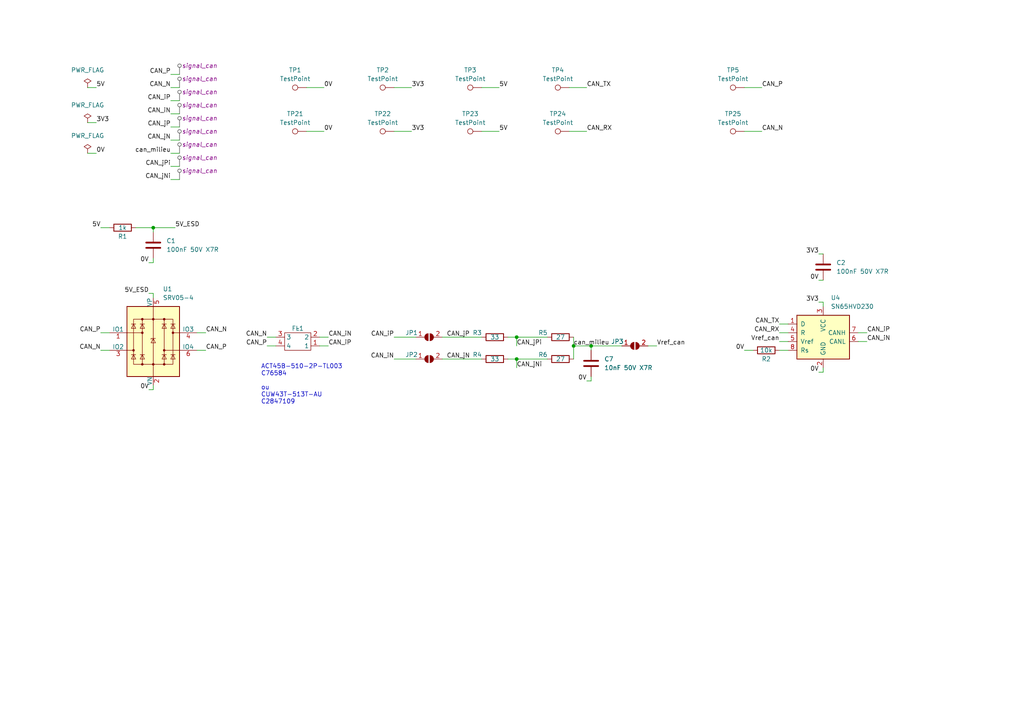
<source format=kicad_sch>
(kicad_sch (version 20250114) (generator "eeschema") (generator_version "9.0")
  (paper "A4")
  (title_block (title "Basine") (date "2024-12-14") (rev "0"))
  (lib_symbols
    (symbol "Chimere_comps:ACT45B-510-2P-TL003"
      (property "Reference" "FL" (at 0 0 0))
      (symbol "ACT45B-510-2P-TL003_0_1"
        (rectangle (start -3.81 2.54) (end 3.81 -2.54))
      )
      (symbol "ACT45B-510-2P-TL003_1_1"
        (pin passive line (at -6.35 1.27 0) (length 2.54) (name "3") (number "3"))
        (pin passive line (at -6.35 -1.27 0) (length 2.54) (name "4") (number "4"))
        (pin passive line (at 6.35 1.27 180) (length 2.54) (name "2") (number "2"))
        (pin passive line (at 6.35 -1.27 180) (length 2.54) (name "1") (number "1"))
      )
    )
    (symbol "Connector:TestPoint" (pin_numbers (hide yes)) (pin_names (offset 0.762) (hide yes))
      (property "Reference" "TP" (at 0 6.858 0))
      (property "Value" "TestPoint" (at 0 5.08 0))
      (symbol "TestPoint_0_1"
        (circle (center 0 3.302) (radius 0.762))
      )
      (symbol "TestPoint_1_1"
        (pin passive line (at 0 0 90) (length 2.54) (name "1") (number "1"))
      )
    )
    (symbol "Device:C" (pin_numbers (hide yes)) (pin_names (offset 0.254))
      (property "Reference" "C" (at 0.635 2.54 0))
      (property "Value" "C" (at 0.635 -2.54 0))
      (symbol "C_0_1"
        (polyline (pts (xy -2.032 0.762) (xy 2.032 0.762)) (stroke (width 0.508)))
        (polyline (pts (xy -2.032 -0.762) (xy 2.032 -0.762)) (stroke (width 0.508)))
      )
      (symbol "C_1_1"
        (pin passive line (at 0 3.81 270) (length 2.794) (name "~") (number "1"))
        (pin passive line (at 0 -3.81 90) (length 2.794) (name "~") (number "2"))
      )
    )
    (symbol "Device:R" (pin_numbers (hide yes)) (pin_names (offset 0))
      (property "Reference" "R" (at 2.032 0 90))
      (property "Value" "R" (at 0 0 90))
      (symbol "R_0_1"
        (rectangle (start -1.016 -2.54) (end 1.016 2.54) (stroke (width 0.254)))
      )
      (symbol "R_1_1"
        (pin passive line (at 0 3.81 270) (length 1.27) (name "~") (number "1"))
        (pin passive line (at 0 -3.81 90) (length 1.27) (name "~") (number "2"))
      )
    )
    (symbol "Interface_CAN_LIN:SN65HVD230" (pin_names (offset 1.016))
      (property "Reference" "U" (at -2.54 10.16 0))
      (property "Value" "SN65HVD230" (at -2.54 7.62 0))
      (symbol "SN65HVD230_0_1"
        (rectangle (start -7.62 5.08) (end 7.62 -7.62) (stroke (width 0.254)) (fill (type background)))
      )
      (symbol "SN65HVD230_1_1"
        (pin input line (at -10.16 2.54 0) (length 2.54) (name "D") (number "1"))
        (pin output line (at -10.16 0 0) (length 2.54) (name "R") (number "4"))
        (pin output line (at -10.16 -2.54 0) (length 2.54) (name "Vref") (number "5"))
        (pin input line (at -10.16 -5.08 0) (length 2.54) (name "Rs") (number "8"))
        (pin power_in line (at 0 7.62 270) (length 2.54) (name "VCC") (number "3"))
        (pin power_in line (at 0 -10.16 90) (length 2.54) (name "GND") (number "2"))
        (pin bidirectional line (at 10.16 0 180) (length 2.54) (name "CANH") (number "7"))
        (pin bidirectional line (at 10.16 -2.54 180) (length 2.54) (name "CANL") (number "6"))
      )
    )
    (symbol "Jumper:SolderJumper_2_Open" (pin_names (offset 0) (hide yes))
      (property "Reference" "JP" (at 0 2.032 0))
      (property "Value" "SolderJumper_2_Open" (at 0 -2.54 0))
      (symbol "SolderJumper_2_Open_0_1"
        (polyline (pts (xy -0.254 1.016) (xy -0.254 -1.016)))
        (arc (start -0.254 -1.016) (mid -1.2656 0) (end -0.254 1.016))
        (arc (start -0.254 -1.016) (mid -1.2656 0) (end -0.254 1.016) (fill (type outline)))
        (arc (start 0.254 1.016) (mid 1.2656 0) (end 0.254 -1.016))
        (arc (start 0.254 1.016) (mid 1.2656 0) (end 0.254 -1.016) (fill (type outline)))
        (polyline (pts (xy 0.254 1.016) (xy 0.254 -1.016)))
      )
      (symbol "SolderJumper_2_Open_1_1"
        (pin passive line (at -3.81 0 0) (length 2.54) (name "A") (number "1"))
        (pin passive line (at 3.81 0 180) (length 2.54) (name "B") (number "2"))
      )
    )
    (symbol "Power_Protection:SRV05-4" (pin_names (offset 0))
      (property "Reference" "U" (at -5.08 11.43 0))
      (property "Value" "SRV05-4" (at 2.54 11.43 0))
      (symbol "SRV05-4_0_0"
        (rectangle (start -5.715 6.477) (end 5.715 -6.604))
        (polyline (pts (xy -3.175 -6.604) (xy -3.175 6.477)))
        (polyline (pts (xy 3.175 6.477) (xy 3.175 -6.604)))
      )
      (symbol "SRV05-4_0_1"
        (polyline (pts (xy -7.747 2.54) (xy -3.175 2.54)))
        (rectangle (start -7.62 10.16) (end 7.62 -10.16) (stroke (width 0.254)) (fill (type background)))
        (polyline (pts (xy -7.62 -2.54) (xy -5.715 -2.54)))
        (circle (center -5.715 -2.54) (radius 0.2794) (fill (type outline)))
        (polyline (pts (xy -5.08 5.08) (xy -6.35 5.08)))
        (polyline (pts (xy -5.08 3.81) (xy -6.35 3.81) (xy -5.715 5.08) (xy -5.08 3.81)))
        (polyline (pts (xy -5.08 -3.81) (xy -6.35 -3.81)))
        (polyline (pts (xy -5.08 -5.08) (xy -6.35 -5.08) (xy -5.715 -3.81) (xy -5.08 -5.08)))
        (circle (center -3.175 6.477) (radius 0.2794) (fill (type outline)))
        (circle (center -3.175 2.54) (radius 0.2794) (fill (type outline)))
        (circle (center -3.175 -6.604) (radius 0.2794) (fill (type outline)))
        (polyline (pts (xy -2.54 5.08) (xy -3.81 5.08)))
        (polyline (pts (xy -2.54 3.81) (xy -3.81 3.81) (xy -3.175 5.08) (xy -2.54 3.81)))
        (polyline (pts (xy -2.54 -3.81) (xy -3.81 -3.81)))
        (polyline (pts (xy -2.54 -5.08) (xy -3.81 -5.08) (xy -3.175 -3.81) (xy -2.54 -5.08)))
        (polyline (pts (xy 0 10.16) (xy 0 -10.16)))
        (circle (center 0 6.477) (radius 0.2794) (fill (type outline)))
        (circle (center 0 -6.604) (radius 0.2794) (fill (type outline)))
        (polyline (pts (xy 0.635 0.889) (xy -0.635 0.889) (xy -0.635 0.635)))
        (polyline (pts (xy 0.635 -0.381) (xy -0.635 -0.381) (xy 0 0.889) (xy 0.635 -0.381)))
        (circle (center 3.175 6.477) (radius 0.2794) (fill (type outline)))
        (circle (center 3.175 -2.54) (radius 0.2794) (fill (type outline)))
        (circle (center 3.175 -6.604) (radius 0.2794) (fill (type outline)))
        (polyline (pts (xy 3.81 5.08) (xy 2.54 5.08)))
        (polyline (pts (xy 3.81 3.81) (xy 2.54 3.81) (xy 3.175 5.08) (xy 3.81 3.81)))
        (polyline (pts (xy 3.81 -3.81) (xy 2.54 -3.81)))
        (polyline (pts (xy 3.81 -5.08) (xy 2.54 -5.08) (xy 3.175 -3.81) (xy 3.81 -5.08)))
        (circle (center 5.715 2.54) (radius 0.2794) (fill (type outline)))
        (polyline (pts (xy 6.35 5.08) (xy 5.08 5.08)))
        (polyline (pts (xy 6.35 3.81) (xy 5.08 3.81) (xy 5.715 5.08) (xy 6.35 3.81)))
        (polyline (pts (xy 6.35 -3.81) (xy 5.08 -3.81)))
        (polyline (pts (xy 6.35 -5.08) (xy 5.08 -5.08) (xy 5.715 -3.81) (xy 6.35 -5.08)))
        (polyline (pts (xy 7.62 2.54) (xy 5.715 2.54)))
        (polyline (pts (xy 7.62 -2.54) (xy 3.175 -2.54)))
      )
      (symbol "SRV05-4_1_1"
        (pin passive line (at -12.7 2.54 0) (length 5.08) (name "IO1") (number "1"))
        (pin passive line (at -12.7 -2.54 0) (length 5.08) (name "IO2") (number "3"))
        (pin passive line (at 0 12.7 270) (length 2.54) (name "VP") (number "5"))
        (pin passive line (at 0 -12.7 90) (length 2.54) (name "VN") (number "2"))
        (pin passive line (at 12.7 2.54 180) (length 5.08) (name "IO3") (number "4"))
        (pin passive line (at 12.7 -2.54 180) (length 5.08) (name "IO4") (number "6"))
      )
    )
    (symbol "power:PWR_FLAG" (power) (pin_numbers (hide yes)) (pin_names (offset 0) (hide yes))
      (property "Value" "PWR_FLAG" (at 0 3.81 0))
      (symbol "PWR_FLAG_0_0"
        (pin power_out line (at 0 0 90) (length 0) (name "~") (number "1"))
      )
      (symbol "PWR_FLAG_0_1"
        (polyline (pts (xy 0 0) (xy 0 1.27) (xy -1.016 1.905) (xy 0 2.54) (xy 1.016 1.905) (xy 0 1.27)))
      )
    )
  )
  (text "ACT45B-510-2P-TL003\nC76584\n\nou\nCUW43T-513T-AU\nC2847109\n" (at 75.692 117.348 0) (effects (font (size 1.27 1.27)) (justify left bottom)))
  (junction (at 171.45 100.33))
  (junction (at 149.86 97.79))
  (junction (at 166.37 100.33))
  (junction (at 149.86 104.14))
  (junction (at 44.45 66.04))
  (wire (pts (xy 44.45 66.04) (xy 50.8 66.04)))
  (wire (pts (xy 237.49 81.28) (xy 238.76 81.28)))
  (wire (pts (xy 238.76 87.63) (xy 238.76 88.9)))
  (wire (pts (xy 49.53 52.07) (xy 52.07 52.07)))
  (wire (pts (xy 114.3 38.1) (xy 119.38 38.1)))
  (wire (pts (xy 114.3 25.4) (xy 119.38 25.4)))
  (wire (pts (xy 139.7 25.4) (xy 144.78 25.4)))
  (wire (pts (xy 49.53 36.83) (xy 52.07 36.83)))
  (wire (pts (xy 166.37 97.79) (xy 166.37 100.33)))
  (wire (pts (xy 49.53 21.59) (xy 52.07 21.59)))
  (wire (pts (xy 95.25 97.79) (xy 92.71 97.79)))
  (wire (pts (xy 49.53 25.4) (xy 52.07 25.4)))
  (wire (pts (xy 149.86 97.79) (xy 158.75 97.79)))
  (wire (pts (xy 114.3 97.79) (xy 120.65 97.79)))
  (wire (pts (xy 25.4 44.45) (xy 27.94 44.45)))
  (wire (pts (xy 88.9 38.1) (xy 93.98 38.1)))
  (wire (pts (xy 43.18 76.2) (xy 44.45 76.2)))
  (wire (pts (xy 226.06 99.06) (xy 228.6 99.06)))
  (wire (pts (xy 149.86 97.79) (xy 149.86 100.33)))
  (wire (pts (xy 49.53 40.64) (xy 52.07 40.64)))
  (wire (pts (xy 166.37 100.33) (xy 171.45 100.33)))
  (wire (pts (xy 237.49 87.63) (xy 238.76 87.63)))
  (wire (pts (xy 25.4 35.56) (xy 27.94 35.56)))
  (wire (pts (xy 49.53 44.45) (xy 52.07 44.45)))
  (wire (pts (xy 226.06 96.52) (xy 228.6 96.52)))
  (wire (pts (xy 29.21 66.04) (xy 31.75 66.04)))
  (wire (pts (xy 43.18 113.03) (xy 44.45 113.03)))
  (wire (pts (xy 149.86 104.14) (xy 158.75 104.14)))
  (wire (pts (xy 248.92 99.06) (xy 251.46 99.06)))
  (wire (pts (xy 57.15 101.6) (xy 59.69 101.6)))
  (wire (pts (xy 238.76 107.95) (xy 238.76 106.68)))
  (wire (pts (xy 165.1 25.4) (xy 170.18 25.4)))
  (wire (pts (xy 215.9 38.1) (xy 220.98 38.1)))
  (wire (pts (xy 215.9 101.6) (xy 218.44 101.6)))
  (wire (pts (xy 128.27 97.79) (xy 139.7 97.79)))
  (wire (pts (xy 171.45 109.22) (xy 171.45 110.49)))
  (wire (pts (xy 43.18 85.09) (xy 44.45 85.09)))
  (wire (pts (xy 248.92 96.52) (xy 251.46 96.52)))
  (wire (pts (xy 44.45 111.76) (xy 44.45 113.03)))
  (wire (pts (xy 187.96 100.33) (xy 190.5 100.33)))
  (wire (pts (xy 171.45 100.33) (xy 171.45 101.6)))
  (wire (pts (xy 166.37 100.33) (xy 166.37 104.14)))
  (wire (pts (xy 44.45 85.09) (xy 44.45 86.36)))
  (wire (pts (xy 149.86 104.14) (xy 149.86 106.68)))
  (wire (pts (xy 57.15 96.52) (xy 59.69 96.52)))
  (wire (pts (xy 226.06 93.98) (xy 228.6 93.98)))
  (wire (pts (xy 147.32 104.14) (xy 149.86 104.14)))
  (wire (pts (xy 88.9 25.4) (xy 93.98 25.4)))
  (wire (pts (xy 25.4 25.4) (xy 27.94 25.4)))
  (wire (pts (xy 80.01 100.33) (xy 77.47 100.33)))
  (wire (pts (xy 226.06 101.6) (xy 228.6 101.6)))
  (wire (pts (xy 170.18 110.49) (xy 171.45 110.49)))
  (wire (pts (xy 39.37 66.04) (xy 44.45 66.04)))
  (wire (pts (xy 29.21 101.6) (xy 31.75 101.6)))
  (wire (pts (xy 139.7 38.1) (xy 144.78 38.1)))
  (wire (pts (xy 171.45 100.33) (xy 180.34 100.33)))
  (wire (pts (xy 49.53 33.02) (xy 52.07 33.02)))
  (wire (pts (xy 44.45 74.93) (xy 44.45 76.2)))
  (wire (pts (xy 128.27 104.14) (xy 139.7 104.14)))
  (wire (pts (xy 215.9 25.4) (xy 220.98 25.4)))
  (wire (pts (xy 95.25 100.33) (xy 92.71 100.33)))
  (wire (pts (xy 237.49 73.66) (xy 238.76 73.66)))
  (wire (pts (xy 147.32 97.79) (xy 149.86 97.79)))
  (wire (pts (xy 49.53 48.26) (xy 52.07 48.26)))
  (wire (pts (xy 44.45 66.04) (xy 44.45 67.31)))
  (wire (pts (xy 114.3 104.14) (xy 120.65 104.14)))
  (wire (pts (xy 49.53 29.21) (xy 52.07 29.21)))
  (wire (pts (xy 237.49 107.95) (xy 238.76 107.95)))
  (wire (pts (xy 165.1 38.1) (xy 170.18 38.1)))
  (wire (pts (xy 29.21 96.52) (xy 31.75 96.52)))
  (wire (pts (xy 80.01 97.79) (xy 77.47 97.79)))
  (label "3V3" (at 119.38 25.4 0))
  (label "5V_ESD" (at 50.8 66.04 0))
  (label "CAN_iN" (at 114.3 104.14 180))
  (label "CAN_P" (at 49.53 21.59 180))
  (label "5V" (at 29.21 66.04 180))
  (label "CAN_iN" (at 49.53 33.02 180))
  (label "CAN_iP" (at 49.53 29.21 180))
  (label "0V" (at 43.18 76.2 180))
  (label "CAN_iN" (at 251.46 99.06 0))
  (label "CAN_iP" (at 251.46 96.52 0))
  (label "CAN_jPi" (at 149.86 100.33 0))
  (label "CAN_jNi" (at 49.53 52.07 180))
  (label "0V" (at 93.98 25.4 0))
  (label "CAN_N" (at 77.47 97.79 180))
  (label "CAN_P" (at 59.69 101.6 0))
  (label "Vref_can" (at 226.06 99.06 180))
  (label "CAN_jNi" (at 149.86 106.68 0))
  (label "CAN_P" (at 77.47 100.33 180))
  (label "CAN_RX" (at 170.18 38.1 0))
  (label "CAN_jP" (at 129.54 97.79 0))
  (label "0V" (at 43.18 113.03 180))
  (label "can_milieu" (at 166.37 100.33 0))
  (label "CAN_TX" (at 226.06 93.98 180))
  (label "5V" (at 27.94 25.4 0))
  (label "3V3" (at 27.94 35.56 0))
  (label "CAN_iP" (at 95.25 100.33 0))
  (label "0V" (at 215.9 101.6 180))
  (label "3V3" (at 237.49 73.66 180))
  (label "5V_ESD" (at 43.18 85.09 180))
  (label "5V" (at 144.78 38.1 0))
  (label "0V" (at 93.98 38.1 0))
  (label "CAN_TX" (at 170.18 25.4 0))
  (label "CAN_RX" (at 226.06 96.52 180))
  (label "CAN_P" (at 29.21 96.52 180))
  (label "CAN_P" (at 220.98 25.4 0))
  (label "Vref_can" (at 190.5 100.33 0))
  (label "CAN_N" (at 220.98 38.1 0))
  (label "0V" (at 237.49 107.95 180))
  (label "CAN_iN" (at 95.25 97.79 0))
  (label "CAN_N" (at 49.53 25.4 180))
  (label "3V3" (at 237.49 87.63 180))
  (label "0V" (at 237.49 81.28 180))
  (label "CAN_N" (at 59.69 96.52 0))
  (label "CAN_N" (at 29.21 101.6 180))
  (label "3V3" (at 119.38 38.1 0))
  (label "0V" (at 170.18 110.49 180))
  (label "CAN_jPi" (at 49.53 48.26 180))
  (label "CAN_jN" (at 49.53 40.64 180))
  (label "can_milieu" (at 49.53 44.45 180))
  (label "5V" (at 144.78 25.4 0))
  (label "CAN_jN" (at 129.54 104.14 0))
  (label "0V" (at 27.94 44.45 0))
  (label "CAN_iP" (at 114.3 97.79 180))
  (label "CAN_jP" (at 49.53 36.83 180))
  (netclass_flag "" (length 2.54) (shape round) (at 52.07 25.4 0) (property "Netclass" "signal_can" (at 52.7685 22.86 0) (effects (font (italic yes)) (justify left))))
  (netclass_flag "" (length 2.54) (shape round) (at 52.07 40.64 0) (property "Netclass" "signal_can" (at 52.7685 38.1 0) (effects (font (italic yes)) (justify left))))
  (netclass_flag "" (length 2.54) (shape round) (at 52.07 48.26 0) (property "Netclass" "signal_can" (at 52.7685 45.72 0) (effects (font (italic yes)) (justify left))))
  (netclass_flag "" (length 2.54) (shape round) (at 52.07 29.21 0) (property "Netclass" "signal_can" (at 52.7685 26.67 0) (effects (font (italic yes)) (justify left))))
  (netclass_flag "" (length 2.54) (shape round) (at 52.07 36.83 0) (property "Netclass" "signal_can" (at 52.7685 34.29 0) (effects (font (italic yes)) (justify left))))
  (netclass_flag "" (length 2.54) (shape round) (at 52.07 44.45 0) (property "Netclass" "signal_can" (at 52.7685 41.91 0) (effects (font (italic yes)) (justify left))))
  (netclass_flag "" (length 2.54) (shape round) (at 52.07 52.07 0) (property "Netclass" "signal_can" (at 52.7685 49.53 0) (effects (font (italic yes)) (justify left))))
  (netclass_flag "" (length 2.54) (shape round) (at 52.07 33.02 0) (property "Netclass" "signal_can" (at 52.7685 30.48 0) (effects (font (italic yes)) (justify left))))
  (netclass_flag "" (length 2.54) (shape round) (at 52.07 21.59 0) (property "Netclass" "signal_can" (at 52.7685 19.05 0) (effects (font (italic yes)) (justify left))))
  (symbol (lib_id "Connector:TestPoint") (at 88.9 38.1 90) (unit 1) (in_bom no)
    (property "Reference" "TP21" (at 85.598 33.02 90))
    (property "Value" "TestPoint" (at 85.598 35.56 90))
    (property "Footprint" "Chimere_comps:Pastille" (effects (hide yes)))
  )
  (symbol (lib_id "power:PWR_FLAG") (at 25.4 25.4 0) (unit 1)
    (property "Reference" "#FLG01" (effects (hide yes)))
    (property "Value" "PWR_FLAG" (at 25.4 20.32 0))
    (property "Description" "Special symbol for telling ERC where power comes from" (effects (hide yes)))
  )
  (symbol (lib_id "Connector:TestPoint") (at 139.7 38.1 90) (unit 1) (in_bom no)
    (property "Reference" "TP23" (at 136.398 33.02 90))
    (property "Value" "TestPoint" (at 136.398 35.56 90))
    (property "Footprint" "Chimere_comps:Pastille" (effects (hide yes)))
  )
  (symbol (lib_id "Connector:TestPoint") (at 114.3 38.1 90) (unit 1) (in_bom no)
    (property "Reference" "TP22" (at 110.998 33.02 90))
    (property "Value" "TestPoint" (at 110.998 35.56 90))
    (property "Footprint" "Chimere_comps:Pastille" (effects (hide yes)))
  )
  (symbol (lib_id "Device:R") (at 143.51 97.79 90) (unit 1)
    (property "Reference" "R3" (at 138.43 96.52 90))
    (property "Value" "33" (at 143.51 97.79 90))
    (property "Footprint" "Resistor_SMD:R_0603_1608Metric" (effects (hide yes)))
    (property "LCSC" "C23140" (effects (hide yes)))
  )
  (symbol (lib_id "Connector:TestPoint") (at 88.9 25.4 90) (unit 1) (in_bom no)
    (property "Reference" "TP1" (at 85.598 20.32 90))
    (property "Value" "TestPoint" (at 85.598 22.86 90))
    (property "Footprint" "Chimere_comps:Pastille" (effects (hide yes)))
  )
  (symbol (lib_id "Device:C") (at 44.45 71.12 0) (unit 1)
    (property "Reference" "C1" (at 48.26 69.8499 0) (effects (justify left)))
    (property "Value" "100nF 50V X7R" (at 48.26 72.3899 0) (effects (justify left)))
    (property "Footprint" "Capacitor_SMD:C_0603_1608Metric" (effects (hide yes)))
    (property "LCSC" "C14663" (effects (hide yes)))
  )
  (symbol (lib_id "Chimere_comps:ACT45B-510-2P-TL003") (at 86.36 99.06 0) (unit 1)
    (property "Reference" "FL1" (at 86.36 95.25 0))
    (property "Value" "~" (at 86.36 95.25 0))
    (property "Footprint" "Chimere_comps:ACT45B1012PTL003" (effects (hide yes)))
    (property "LCSC" "C76584" (effects (hide yes)))
  )
  (symbol (lib_id "Power_Protection:SRV05-4") (at 44.45 99.06 0) (unit 1)
    (property "Reference" "U1" (at 47.2187 83.82 0) (effects (justify left)))
    (property "Value" "SRV05-4" (at 47.2187 86.36 0) (effects (justify left)))
    (property "Footprint" "Package_TO_SOT_SMD:SOT-23-6" (effects (hide yes)))
    (property "Datasheet" "http://www.onsemi.com/pub/Collateral/SRV05-4-D.PDF" (effects (hide yes)))
    (property "LCSC" "C85364" (effects (hide yes)))
  )
  (symbol (lib_id "power:PWR_FLAG") (at 25.4 35.56 0) (unit 1)
    (property "Reference" "#FLG02" (effects (hide yes)))
    (property "Value" "PWR_FLAG" (at 25.4 30.48 0))
    (property "Description" "Special symbol for telling ERC where power comes from" (effects (hide yes)))
  )
  (symbol (lib_id "Connector:TestPoint") (at 114.3 25.4 90) (unit 1) (in_bom no)
    (property "Reference" "TP2" (at 110.998 20.32 90))
    (property "Value" "TestPoint" (at 110.998 22.86 90))
    (property "Footprint" "Chimere_comps:Pastille" (effects (hide yes)))
  )
  (symbol (lib_id "power:PWR_FLAG") (at 25.4 44.45 0) (unit 1)
    (property "Reference" "#FLG03" (effects (hide yes)))
    (property "Value" "PWR_FLAG" (at 25.4 39.37 0))
    (property "Description" "Special symbol for telling ERC where power comes from" (effects (hide yes)))
  )
  (symbol (lib_id "Jumper:SolderJumper_2_Open") (at 184.15 100.33 0) (unit 1) (in_bom no)
    (property "Reference" "JP3" (at 179.07 99.06 0))
    (property "Value" "SolderJumper_2_Open" (effects (hide yes)))
    (property "Footprint" "Jumper:SolderJumper-2_P1.3mm_Open_TrianglePad1.0x1.5mm" (effects (hide yes)))
  )
  (symbol (lib_id "Connector:TestPoint") (at 139.7 25.4 90) (unit 1) (in_bom no)
    (property "Reference" "TP3" (at 136.398 20.32 90))
    (property "Value" "TestPoint" (at 136.398 22.86 90))
    (property "Footprint" "Chimere_comps:Pastille" (effects (hide yes)))
  )
  (symbol (lib_id "Device:R") (at 143.51 104.14 90) (unit 1)
    (property "Reference" "R4" (at 138.43 102.87 90))
    (property "Value" "33" (at 143.51 104.14 90))
    (property "Footprint" "Resistor_SMD:R_0603_1608Metric" (effects (hide yes)))
    (property "LCSC" "C23140" (effects (hide yes)))
  )
  (symbol (lib_id "Device:R") (at 35.56 66.04 270) (mirror x) (unit 1)
    (property "Reference" "R1" (at 35.56 68.58 90))
    (property "Value" "1k" (at 35.56 66.04 90))
    (property "Footprint" "Resistor_SMD:R_0603_1608Metric" (effects (hide yes)))
    (property "LCSC" "C21190" (effects (hide yes)))
  )
  (symbol (lib_id "Device:C") (at 238.76 77.47 0) (unit 1)
    (property "Reference" "C2" (at 242.57 76.1999 0) (effects (justify left)))
    (property "Value" "100nF 50V X7R" (at 242.57 78.7399 0) (effects (justify left)))
    (property "Footprint" "Capacitor_SMD:C_0603_1608Metric" (effects (hide yes)))
    (property "LCSC" "C14663" (effects (hide yes)))
  )
  (symbol (lib_id "Device:R") (at 162.56 104.14 90) (unit 1)
    (property "Reference" "R6" (at 157.48 102.87 90))
    (property "Value" "27" (at 162.56 104.14 90))
    (property "Footprint" "Resistor_SMD:R_0603_1608Metric" (effects (hide yes)))
    (property "LCSC" "C25190 " (effects (hide yes)))
  )
  (symbol (lib_id "Device:R") (at 162.56 97.79 90) (unit 1)
    (property "Reference" "R5" (at 157.48 96.52 90))
    (property "Value" "27" (at 162.56 97.79 90))
    (property "Footprint" "Resistor_SMD:R_0603_1608Metric" (effects (hide yes)))
    (property "LCSC" "C25190 " (effects (hide yes)))
  )
  (symbol (lib_id "Connector:TestPoint") (at 215.9 25.4 90) (unit 1) (in_bom no)
    (property "Reference" "TP5" (at 212.598 20.32 90))
    (property "Value" "TestPoint" (at 212.598 22.86 90))
    (property "Footprint" "Chimere_comps:Pastille" (effects (hide yes)))
  )
  (symbol (lib_id "Connector:TestPoint") (at 215.9 38.1 90) (unit 1) (in_bom no)
    (property "Reference" "TP25" (at 212.598 33.02 90))
    (property "Value" "TestPoint" (at 212.598 35.56 90))
    (property "Footprint" "Chimere_comps:Pastille" (effects (hide yes)))
  )
  (symbol (lib_id "Device:R") (at 222.25 101.6 90) (unit 1)
    (property "Reference" "R2" (at 222.25 104.14 90))
    (property "Value" "10k" (at 222.25 101.6 90))
    (property "Footprint" "Resistor_SMD:R_0603_1608Metric" (effects (hide yes)))
    (property "LCSC" "C25804" (effects (hide yes)))
  )
  (symbol (lib_id "Jumper:SolderJumper_2_Open") (at 124.46 104.14 0) (unit 1) (in_bom no)
    (property "Reference" "JP2" (at 119.38 102.87 0))
    (property "Value" "SolderJumper_2_Open" (effects (hide yes)))
    (property "Footprint" "Jumper:SolderJumper-2_P1.3mm_Open_TrianglePad1.0x1.5mm" (effects (hide yes)))
  )
  (symbol (lib_id "Jumper:SolderJumper_2_Open") (at 124.46 97.79 0) (unit 1) (in_bom no)
    (property "Reference" "JP1" (at 119.38 96.52 0))
    (property "Value" "SolderJumper_2_Open" (effects (hide yes)))
    (property "Footprint" "Jumper:SolderJumper-2_P1.3mm_Open_TrianglePad1.0x1.5mm" (effects (hide yes)))
  )
  (symbol (lib_id "Connector:TestPoint") (at 165.1 38.1 90) (unit 1) (in_bom no)
    (property "Reference" "TP24" (at 161.798 33.02 90))
    (property "Value" "TestPoint" (at 161.798 35.56 90))
    (property "Footprint" "Chimere_comps:Pastille" (effects (hide yes)))
  )
  (symbol (lib_id "Device:C") (at 171.45 105.41 0) (unit 1)
    (property "Reference" "C7" (at 175.26 104.1399 0) (effects (justify left)))
    (property "Value" "10nF 50V X7R" (at 175.26 106.6799 0) (effects (justify left)))
    (property "Footprint" "Capacitor_SMD:C_0603_1608Metric" (effects (hide yes)))
    (property "LCSC" "C57112" (effects (hide yes)))
  )
  (symbol (lib_id "Connector:TestPoint") (at 165.1 25.4 90) (unit 1) (in_bom no)
    (property "Reference" "TP4" (at 161.798 20.32 90))
    (property "Value" "TestPoint" (at 161.798 22.86 90))
    (property "Footprint" "Chimere_comps:Pastille" (effects (hide yes)))
  )
  (symbol (lib_id "Interface_CAN_LIN:SN65HVD230") (at 238.76 96.52 0) (unit 1)
    (property "Reference" "U4" (at 240.9541 86.36 0) (effects (justify left)))
    (property "Value" "SN65HVD230" (at 240.9541 88.9 0) (effects (justify left)))
    (property "Footprint" "Package_SO:SOIC-8_3.9x4.9mm_P1.27mm" (effects (hide yes)))
    (property "Datasheet" "http://www.ti.com/lit/ds/symlink/sn65hvd230.pdf" (effects (hide yes)))
    (property "LCSC" "C12084" (effects (hide yes)))
  )
)
</source>
